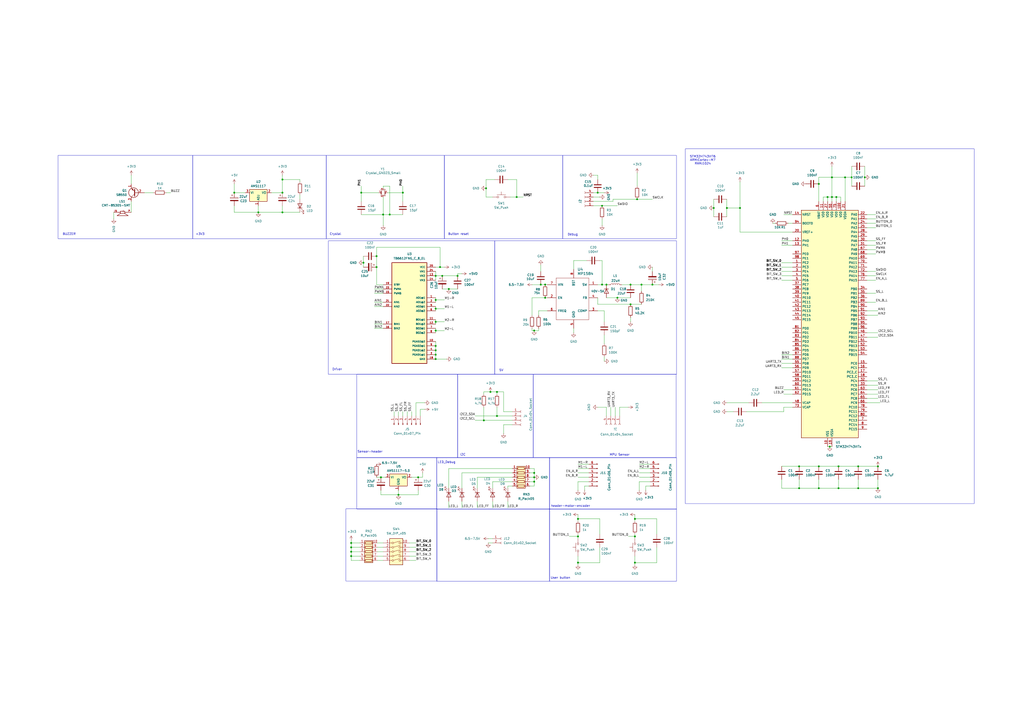
<source format=kicad_sch>
(kicad_sch (version 20231120) (generator "eeschema") (generator_version "8.0")
  (paper "A2")
  (title_block (title "Micromouse24_2"))
  (junction (at 316.23 172.72))
  (junction (at 252.73 173.99))
  (junction (at 252.73 160.02))
  (junction (at 163.83 123.19))
  (junction (at 252.73 186.69))
  (junction (at 463.55 270.51))
  (junction (at 335.28 326.39))
  (junction (at 203.708 322.58))
  (junction (at 299.72 114.3))
  (junction (at 335.28 300.99))
  (junction (at 368.3 300.99))
  (junction (at 281.94 109.22))
  (junction (at 218.44 148.59))
  (junction (at 378.46 165.1))
  (junction (at 368.3 311.15))
  (junction (at 309.88 276.86))
  (junction (at 135.89 111.76))
  (junction (at 309.88 191.77))
  (junction (at 163.83 104.14))
  (junction (at 463.55 283.21))
  (junction (at 368.3 326.39))
  (junction (at 346.71 111.76))
  (junction (at 474.98 106.68))
  (junction (at 203.708 314.96))
  (junction (at 497.84 270.51))
  (junction (at 365.76 176.53))
  (junction (at 252.73 205.74))
  (junction (at 351.79 165.1))
  (junction (at 509.27 283.21))
  (junction (at 482.6 114.3))
  (junction (at 288.29 241.3))
  (junction (at 501.65 102.87))
  (junction (at 256.54 160.02))
  (junction (at 203.708 320.04))
  (junction (at 349.25 119.38))
  (junction (at 233.68 111.76))
  (junction (at 349.25 165.1))
  (junction (at 421.64 120.65))
  (junction (at 210.82 152.4))
  (junction (at 284.48 227.33))
  (junction (at 209.55 111.76))
  (junction (at 372.11 165.1))
  (junction (at 220.98 276.86))
  (junction (at 429.26 120.65))
  (junction (at 252.73 179.07))
  (junction (at 252.73 208.28))
  (junction (at 474.98 283.21))
  (junction (at 485.14 114.3))
  (junction (at 309.88 279.4))
  (junction (at 260.35 167.64))
  (junction (at 480.06 114.3))
  (junction (at 414.02 120.65))
  (junction (at 226.06 124.46))
  (junction (at 358.14 172.72))
  (junction (at 309.88 274.32))
  (junction (at 474.98 270.51))
  (junction (at 163.83 111.76))
  (junction (at 369.57 115.57))
  (junction (at 482.6 102.87))
  (junction (at 222.25 124.46))
  (junction (at 231.14 287.02))
  (junction (at 313.69 165.1))
  (junction (at 265.43 160.02))
  (junction (at 255.27 154.94))
  (junction (at 252.73 200.66))
  (junction (at 497.84 283.21))
  (junction (at 288.29 227.33))
  (junction (at 218.44 154.94))
  (junction (at 203.708 317.5))
  (junction (at 486.41 270.51))
  (junction (at 365.76 165.1))
  (junction (at 509.27 270.51))
  (junction (at 316.23 165.1))
  (junction (at 280.67 243.84))
  (junction (at 252.73 191.77))
  (junction (at 149.86 123.19))
  (junction (at 252.73 203.2))
  (junction (at 486.41 283.21))
  (junction (at 335.28 311.15))
  (junction (at 490.22 102.87))
  (junction (at 242.57 276.86))
  (junction (at 481.33 259.08))
  (junction (at 494.03 102.87))
  (wire (pts (xy 454.66 236.22) (xy 459.74 236.22)))
  (wire (pts (xy 335.28 298.45) (xy 335.28 300.99)))
  (wire (pts (xy 358.14 172.72) (xy 365.76 172.72)))
  (wire (pts (xy 474.98 270.51) (xy 486.41 270.51)))
  (wire (pts (xy 288.29 236.22) (xy 288.29 241.3)))
  (wire (pts (xy 364.49 236.22) (xy 359.41 236.22)))
  (wire (pts (xy 276.86 290.83) (xy 276.86 294.64)))
  (wire (pts (xy 359.41 241.3) (xy 359.41 236.22)))
  (wire (pts (xy 497.84 270.51) (xy 509.27 270.51)))
  (wire (pts (xy 299.72 114.3) (xy 303.53 114.3)))
  (wire (pts (xy 163.83 119.38) (xy 163.83 123.19)))
  (wire (pts (xy 295.91 114.3) (xy 299.72 114.3)))
  (wire (pts (xy 346.71 104.14) (xy 346.71 101.6)))
  (wire (pts (xy 368.3 300.99) (xy 368.3 302.26)))
  (wire (pts (xy 502.92 124.46) (xy 508 124.46)))
  (wire (pts (xy 238.76 238.76) (xy 238.76 241.3)))
  (wire (pts (xy 340.36 151.13) (xy 332.74 151.13)))
  (wire (pts (xy 307.34 281.94) (xy 309.88 281.94)))
  (wire (pts (xy 335.28 309.88) (xy 335.28 311.15)))
  (wire (pts (xy 173.99 113.03) (xy 173.99 115.57)))
  (wire (pts (xy 224.79 111.76) (xy 233.68 111.76)))
  (wire (pts (xy 252.73 154.94) (xy 255.27 154.94)))
  (wire (pts (xy 421.64 115.57) (xy 421.64 120.65)))
  (wire (pts (xy 217.17 177.8) (xy 222.25 177.8)))
  (wire (pts (xy 502.92 180.34) (xy 509.27 180.34)))
  (wire (pts (xy 369.57 100.33) (xy 369.57 107.95)))
  (wire (pts (xy 210.82 148.59) (xy 210.82 152.4)))
  (wire (pts (xy 502.92 226.06) (xy 509.27 226.06)))
  (wire (pts (xy 307.34 274.32) (xy 309.88 274.32)))
  (wire (pts (xy 502.92 170.18) (xy 508 170.18)))
  (wire (pts (xy 421.64 120.65) (xy 429.26 120.65)))
  (wire (pts (xy 501.65 102.87) (xy 501.65 107.95)))
  (wire (pts (xy 222.25 124.46) (xy 226.06 124.46)))
  (wire (pts (xy 316.23 165.1) (xy 317.5 165.1)))
  (wire (pts (xy 486.41 283.21) (xy 497.84 283.21)))
  (wire (pts (xy 218.948 322.58) (xy 222.25 322.58)))
  (wire (pts (xy 449.58 129.54) (xy 448.31 129.54)))
  (wire (pts (xy 217.17 167.64) (xy 222.25 167.64)))
  (wire (pts (xy 157.48 111.76) (xy 163.83 111.76)))
  (wire (pts (xy 497.84 283.21) (xy 509.27 283.21)))
  (wire (pts (xy 370.84 269.24) (xy 377.19 269.24)))
  (wire (pts (xy 453.39 283.21) (xy 463.55 283.21)))
  (wire (pts (xy 135.89 123.19) (xy 149.86 123.19)))
  (wire (pts (xy 217.17 190.5) (xy 222.25 190.5)))
  (wire (pts (xy 242.57 276.86) (xy 245.11 276.86)))
  (wire (pts (xy 284.48 227.33) (xy 280.67 227.33)))
  (wire (pts (xy 280.67 227.33) (xy 280.67 228.6)))
  (wire (pts (xy 313.69 153.67) (xy 313.69 157.48)))
  (wire (pts (xy 486.41 270.51) (xy 497.84 270.51)))
  (wire (pts (xy 218.44 143.51) (xy 218.44 148.59)))
  (wire (pts (xy 330.2 311.15) (xy 335.28 311.15)))
  (wire (pts (xy 502.92 160.02) (xy 508 160.02)))
  (wire (pts (xy 252.73 160.02) (xy 256.54 160.02)))
  (wire (pts (xy 217.17 187.96) (xy 222.25 187.96)))
  (wire (pts (xy 173.99 104.14) (xy 173.99 105.41)))
  (wire (pts (xy 482.6 102.87) (xy 482.6 114.3)))
  (wire (pts (xy 494.03 96.52) (xy 494.03 102.87)))
  (wire (pts (xy 76.2 101.6) (xy 76.2 106.68)))
  (wire (pts (xy 502.92 195.58) (xy 509.27 195.58)))
  (wire (pts (xy 441.96 233.68) (xy 459.74 233.68)))
  (wire (pts (xy 222.25 114.3) (xy 222.25 124.46)))
  (wire (pts (xy 414.02 115.57) (xy 414.02 120.65)))
  (wire (pts (xy 217.17 170.18) (xy 222.25 170.18)))
  (wire (pts (xy 477.52 114.3) (xy 480.06 114.3)))
  (wire (pts (xy 346.71 180.34) (xy 350.52 180.34)))
  (wire (pts (xy 351.79 236.22) (xy 346.71 236.22)))
  (wire (pts (xy 308.61 191.77) (xy 309.88 191.77)))
  (wire (pts (xy 482.6 102.87) (xy 490.22 102.87)))
  (wire (pts (xy 241.3 314.96) (xy 237.49 314.96)))
  (wire (pts (xy 433.07 238.76) (xy 454.66 238.76)))
  (wire (pts (xy 309.88 271.78) (xy 309.88 274.32)))
  (wire (pts (xy 252.73 172.72) (xy 252.73 173.99)))
  (wire (pts (xy 255.27 154.94) (xy 255.27 143.51)))
  (wire (pts (xy 228.6 238.76) (xy 228.6 241.3)))
  (wire (pts (xy 482.6 96.52) (xy 482.6 102.87)))
  (wire (pts (xy 350.52 194.31) (xy 350.52 199.39)))
  (wire (pts (xy 242.57 284.48) (xy 242.57 287.02)))
  (wire (pts (xy 275.59 243.84) (xy 280.67 243.84)))
  (wire (pts (xy 275.59 241.3) (xy 288.29 241.3)))
  (wire (pts (xy 308.61 172.72) (xy 316.23 172.72)))
  (wire (pts (xy 252.73 205.74) (xy 252.73 208.28)))
  (wire (pts (xy 421.64 120.65) (xy 421.64 125.73)))
  (wire (pts (xy 252.73 173.99) (xy 257.81 173.99)))
  (wire (pts (xy 231.14 238.76) (xy 231.14 241.3)))
  (wire (pts (xy 453.39 278.13) (xy 453.39 283.21)))
  (wire (pts (xy 316.23 172.72) (xy 317.5 172.72)))
  (wire (pts (xy 267.97 274.32) (xy 297.18 274.32)))
  (wire (pts (xy 378.46 157.48) (xy 378.46 154.94)))
  (wire (pts (xy 267.97 290.83) (xy 267.97 294.64)))
  (wire (pts (xy 210.82 152.4) (xy 210.82 154.94)))
  (wire (pts (xy 149.86 119.38) (xy 149.86 123.19)))
  (wire (pts (xy 317.5 180.34) (xy 312.42 180.34)))
  (wire (pts (xy 335.28 279.4) (xy 335.28 284.48)))
  (wire (pts (xy 203.708 314.96) (xy 203.708 313.436)))
  (wire (pts (xy 453.39 152.4) (xy 459.74 152.4)))
  (wire (pts (xy 307.34 271.78) (xy 309.88 271.78)))
  (wire (pts (xy 477.52 116.84) (xy 477.52 114.3)))
  (wire (pts (xy 502.92 193.04) (xy 509.27 193.04)))
  (wire (pts (xy 252.73 200.66) (xy 252.73 203.2)))
  (wire (pts (xy 76.2 116.84) (xy 76.2 123.19)))
  (wire (pts (xy 309.88 191.77) (xy 312.42 191.77)))
  (wire (pts (xy 220.98 284.48) (xy 220.98 287.02)))
  (wire (pts (xy 297.18 246.38) (xy 292.1 246.38)))
  (wire (pts (xy 252.73 186.69) (xy 257.81 186.69)))
  (wire (pts (xy 285.75 279.4) (xy 285.75 283.21)))
  (wire (pts (xy 346.71 165.1) (xy 349.25 165.1)))
  (wire (pts (xy 347.98 300.99) (xy 335.28 300.99)))
  (wire (pts (xy 421.64 233.68) (xy 434.34 233.68)))
  (wire (pts (xy 502.92 231.14) (xy 509.27 231.14)))
  (wire (pts (xy 252.73 173.99) (xy 252.73 175.26)))
  (wire (pts (xy 370.84 274.32) (xy 377.19 274.32)))
  (wire (pts (xy 369.57 115.57) (xy 378.46 115.57)))
  (wire (pts (xy 349.25 127) (xy 349.25 130.81)))
  (wire (pts (xy 252.73 203.2) (xy 252.73 205.74)))
  (wire (pts (xy 502.92 162.56) (xy 508 162.56)))
  (wire (pts (xy 163.83 123.19) (xy 173.99 123.19)))
  (wire (pts (xy 218.948 314.96) (xy 222.25 314.96)))
  (wire (pts (xy 288.29 227.33) (xy 284.48 227.33)))
  (wire (pts (xy 502.92 182.88) (xy 509.27 182.88)))
  (wire (pts (xy 309.88 279.4) (xy 309.88 276.86)))
  (wire (pts (xy 454.66 124.46) (xy 459.74 124.46)))
  (wire (pts (xy 252.73 198.12) (xy 252.73 200.66)))
  (wire (pts (xy 421.64 238.76) (xy 425.45 238.76)))
  (wire (pts (xy 502.92 233.68) (xy 510.54 233.68)))
  (wire (pts (xy 218.44 165.1) (xy 222.25 165.1)))
  (wire (pts (xy 351.79 241.3) (xy 351.79 236.22)))
  (wire (pts (xy 355.6 115.57) (xy 355.6 116.84)))
  (wire (pts (xy 218.44 148.59) (xy 218.44 154.94)))
  (wire (pts (xy 463.55 270.51) (xy 474.98 270.51)))
  (wire (pts (xy 474.98 283.21) (xy 486.41 283.21)))
  (wire (pts (xy 335.28 322.58) (xy 335.28 326.39)))
  (wire (pts (xy 222.25 109.22) (xy 222.25 107.95)))
  (wire (pts (xy 135.89 111.76) (xy 142.24 111.76)))
  (wire (pts (xy 429.26 134.62) (xy 459.74 134.62)))
  (wire (pts (xy 490.22 102.87) (xy 494.03 102.87)))
  (wire (pts (xy 332.74 190.5) (xy 332.74 193.04)))
  (wire (pts (xy 355.6 115.57) (xy 369.57 115.57)))
  (wire (pts (xy 245.11 274.32) (xy 245.11 276.86)))
  (wire (pts (xy 252.73 186.69) (xy 252.73 187.96)))
  (wire (pts (xy 368.3 326.39) (xy 368.3 327.66)))
  (wire (pts (xy 497.84 283.21) (xy 497.84 278.13)))
  (wire (pts (xy 309.88 276.86) (xy 309.88 274.32)))
  (wire (pts (xy 350.52 207.01) (xy 350.52 209.55)))
  (wire (pts (xy 280.67 236.22) (xy 280.67 243.84)))
  (wire (pts (xy 218.44 276.86) (xy 220.98 276.86)))
  (wire (pts (xy 292.1 227.33) (xy 292.1 238.76)))
  (wire (pts (xy 344.17 116.84) (xy 355.6 116.84)))
  (wire (pts (xy 480.06 114.3) (xy 482.6 114.3)))
  (wire (pts (xy 260.35 167.64) (xy 265.43 167.64)))
  (wire (pts (xy 252.73 191.77) (xy 252.73 193.04)))
  (wire (pts (xy 453.39 162.56) (xy 459.74 162.56)))
  (wire (pts (xy 226.06 107.95) (xy 226.06 124.46)))
  (wire (pts (xy 429.26 120.65) (xy 429.26 134.62)))
  (wire (pts (xy 346.71 176.53) (xy 365.76 176.53)))
  (wire (pts (xy 203.708 317.5) (xy 203.708 314.96)))
  (wire (pts (xy 252.73 179.07) (xy 252.73 180.34)))
  (wire (pts (xy 502.92 132.08) (xy 508 132.08)))
  (wire (pts (xy 252.73 191.77) (xy 257.81 191.77)))
  (wire (pts (xy 233.68 238.76) (xy 233.68 241.3)))
  (wire (pts (xy 482.6 114.3) (xy 485.14 114.3)))
  (wire (pts (xy 313.69 165.1) (xy 316.23 165.1)))
  (wire (pts (xy 288.29 227.33) (xy 292.1 227.33)))
  (wire (pts (xy 494.03 102.87) (xy 494.03 107.95)))
  (wire (pts (xy 66.04 127) (xy 66.04 123.19)))
  (wire (pts (xy 502.92 220.98) (xy 509.27 220.98)))
  (wire (pts (xy 135.89 119.38) (xy 135.89 123.19)))
  (wire (pts (xy 463.55 283.21) (xy 463.55 278.13)))
  (wire (pts (xy 377.19 279.4) (xy 370.84 279.4)))
  (wire (pts (xy 256.54 167.64) (xy 260.35 167.64)))
  (wire (pts (xy 208.788 317.5) (xy 203.708 317.5)))
  (wire (pts (xy 241.3 233.68) (xy 246.38 233.68)))
  (wire (pts (xy 453.39 154.94) (xy 459.74 154.94)))
  (wire (pts (xy 308.61 165.1) (xy 313.69 165.1)))
  (wire (pts (xy 372.11 165.1) (xy 372.11 168.91)))
  (wire (pts (xy 163.83 111.76) (xy 163.83 104.14)))
  (wire (pts (xy 365.76 184.15) (xy 365.76 186.69)))
  (wire (pts (xy 502.92 129.54) (xy 508 129.54)))
  (wire (pts (xy 241.3 317.5) (xy 237.49 317.5)))
  (wire (pts (xy 218.948 320.04) (xy 222.25 320.04)))
  (wire (pts (xy 238.76 276.86) (xy 242.57 276.86)))
  (wire (pts (xy 453.39 208.28) (xy 459.74 208.28)))
  (wire (pts (xy 209.55 111.76) (xy 209.55 116.84)))
  (wire (pts (xy 502.92 139.7) (xy 508 139.7)))
  (wire (pts (xy 233.68 107.95) (xy 233.68 111.76)))
  (wire (pts (xy 267.97 158.75) (xy 265.43 158.75)))
  (wire (pts (xy 349.25 119.38) (xy 358.14 119.38)))
  (wire (pts (xy 502.92 175.26) (xy 508 175.26)))
  (wire (pts (xy 365.76 165.1) (xy 372.11 165.1)))
  (wire (pts (xy 474.98 278.13) (xy 474.98 283.21)))
  (wire (pts (xy 231.14 287.02) (xy 242.57 287.02)))
  (wire (pts (xy 368.3 311.15) (xy 368.3 312.42)))
  (wire (pts (xy 370.84 271.78) (xy 377.19 271.78)))
  (wire (pts (xy 485.14 114.3) (xy 485.14 116.84)))
  (wire (pts (xy 288.29 228.6) (xy 288.29 227.33)))
  (wire (pts (xy 381 309.88) (xy 381 300.99)))
  (wire (pts (xy 312.42 190.5) (xy 312.42 191.77)))
  (wire (pts (xy 502.92 144.78) (xy 508 144.78)))
  (wire (pts (xy 509.27 283.21) (xy 509.27 278.13)))
  (wire (pts (xy 208.788 322.58) (xy 203.708 322.58)))
  (wire (pts (xy 487.68 114.3) (xy 487.68 116.84)))
  (wire (pts (xy 350.52 180.34) (xy 350.52 186.69)))
  (wire (pts (xy 241.3 325.12) (xy 237.49 325.12)))
  (wire (pts (xy 208.788 325.12) (xy 203.708 325.12)))
  (wire (pts (xy 281.94 114.3) (xy 281.94 109.22)))
  (wire (pts (xy 220.98 287.02) (xy 231.14 287.02)))
  (wire (pts (xy 220.98 276.86) (xy 223.52 276.86)))
  (wire (pts (xy 356.87 236.22) (xy 356.87 241.3)))
  (wire (pts (xy 486.41 283.21) (xy 486.41 278.13)))
  (wire (pts (xy 280.67 243.84) (xy 297.18 243.84)))
  (wire (pts (xy 368.3 309.88) (xy 368.3 311.15)))
  (wire (pts (xy 203.708 320.04) (xy 203.708 317.5)))
  (wire (pts (xy 482.6 102.87) (xy 474.98 102.87)))
  (wire (pts (xy 208.788 320.04) (xy 203.708 320.04)))
  (wire (pts (xy 231.14 284.48) (xy 231.14 287.02)))
  (wire (pts (xy 349.25 165.1) (xy 349.25 151.13)))
  (wire (pts (xy 267.97 283.21) (xy 267.97 274.32)))
  (wire (pts (xy 308.61 172.72) (xy 308.61 182.88)))
  (wire (pts (xy 309.88 281.94) (xy 309.88 279.4)))
  (wire (pts (xy 482.6 114.3) (xy 482.6 116.84)))
  (wire (pts (xy 459.74 226.06) (xy 454.66 226.06)))
  (wire (pts (xy 453.39 205.74) (xy 459.74 205.74)))
  (wire (pts (xy 349.25 165.1) (xy 351.79 165.1)))
  (wire (pts (xy 260.35 290.83) (xy 260.35 294.64)))
  (wire (pts (xy 502.92 223.52) (xy 509.27 223.52)))
  (wire (pts (xy 283.21 312.42) (xy 285.75 312.42)))
  (wire (pts (xy 502.92 228.6) (xy 509.27 228.6)))
  (wire (pts (xy 365.76 176.53) (xy 372.11 176.53)))
  (wire (pts (xy 222.25 124.46) (xy 222.25 130.81)))
  (wire (pts (xy 243.84 237.49) (xy 246.38 237.49)))
  (wire (pts (xy 203.708 322.58) (xy 203.708 320.04)))
  (wire (pts (xy 243.84 241.3) (xy 243.84 237.49)))
  (wire (pts (xy 292.1 246.38) (xy 292.1 251.46)))
  (wire (pts (xy 335.28 300.99) (xy 335.28 302.26)))
  (wire (pts (xy 209.55 107.95) (xy 209.55 111.76)))
  (wire (pts (xy 312.42 180.34) (xy 312.42 182.88)))
  (wire (pts (xy 453.39 213.36) (xy 459.74 213.36)))
  (wire (pts (xy 265.43 158.75) (xy 265.43 160.02)))
  (wire (pts (xy 307.34 279.4) (xy 309.88 279.4)))
  (wire (pts (xy 453.39 139.7) (xy 459.74 139.7)))
  (wire (pts (xy 341.63 281.94) (xy 339.09 281.94)))
  (wire (pts (xy 502.92 157.48) (xy 508 157.48)))
  (wire (pts (xy 294.64 290.83) (xy 294.64 294.64)))
  (wire (pts (xy 285.75 290.83) (xy 285.75 294.64)))
  (wire (pts (xy 208.788 314.96) (xy 203.708 314.96)))
  (wire (pts (xy 457.2 129.54) (xy 459.74 129.54)))
  (wire (pts (xy 252.73 179.07) (xy 257.81 179.07)))
  (wire (pts (xy 344.17 119.38) (xy 349.25 119.38)))
  (wire (pts (xy 335.28 276.86) (xy 341.63 276.86)))
  (wire (pts (xy 252.73 185.42) (xy 252.73 186.69)))
  (wire (pts (xy 370.84 279.4) (xy 370.84 284.48)))
  (wire (pts (xy 429.26 105.41) (xy 429.26 120.65)))
  (wire (pts (xy 370.84 276.86) (xy 377.19 276.86)))
  (wire (pts (xy 351.79 172.72) (xy 358.14 172.72)))
  (wire (pts (xy 222.25 124.46) (xy 209.55 124.46)))
  (wire (pts (xy 335.28 326.39) (xy 335.28 327.66)))
  (wire (pts (xy 96.52 111.76) (xy 99.06 111.76)))
  (wire (pts (xy 218.44 154.94) (xy 218.44 165.1)))
  (wire (pts (xy 299.72 104.14) (xy 294.64 104.14)))
  (wire (pts (xy 341.63 279.4) (xy 335.28 279.4)))
  (wire (pts (xy 381 317.5) (xy 381 326.39)))
  (wire (pts (xy 335.28 311.15) (xy 335.28 312.42)))
  (wire (pts (xy 135.89 106.68) (xy 135.89 111.76)))
  (wire (pts (xy 335.28 274.32) (xy 341.63 274.32)))
  (wire (pts (xy 163.83 104.14) (xy 173.99 104.14)))
  (wire (pts (xy 502.92 142.24) (xy 508 142.24)))
  (wire (pts (xy 260.35 283.21) (xy 260.35 271.78)))
  (wire (pts (xy 294.64 281.94) (xy 294.64 283.21)))
  (wire (pts (xy 233.68 111.76) (xy 233.68 116.84)))
  (wire (pts (xy 414.02 120.65) (xy 414.02 125.73)))
  (wire (pts (xy 335.28 271.78) (xy 341.63 271.78)))
  (wire (pts (xy 490.22 102.87) (xy 490.22 116.84)))
  (wire (pts (xy 281.94 104.14) (xy 287.02 104.14)))
  (wire (pts (xy 453.39 160.02) (xy 459.74 160.02)))
  (wire (pts (xy 236.22 238.76) (xy 236.22 241.3)))
  (wire (pts (xy 294.64 281.94) (xy 297.18 281.94)))
  (wire (pts (xy 222.25 107.95) (xy 226.06 107.95)))
  (wire (pts (xy 474.98 102.87) (xy 474.98 106.68)))
  (wire (pts (xy 344.17 114.3) (xy 347.98 114.3)))
  (wire (pts (xy 260.35 271.78) (xy 297.18 271.78)))
  (wire (pts (xy 283.21 314.96) (xy 285.75 314.96)))
  (wire (pts (xy 163.83 104.14) (xy 163.83 101.6)))
  (wire (pts (xy 217.17 175.26) (xy 222.25 175.26)))
  (wire (pts (xy 252.73 177.8) (xy 252.73 179.07)))
  (wire (pts (xy 255.27 154.94) (xy 257.81 154.94)))
  (wire (pts (xy 307.34 276.86) (xy 309.88 276.86)))
  (wire (pts (xy 501.65 96.52) (xy 501.65 102.87)))
  (wire (pts (xy 474.98 283.21) (xy 463.55 283.21)))
  (wire (pts (xy 252.73 160.02) (xy 252.73 162.56)))
  (wire (pts (xy 378.46 165.1) (xy 382.27 165.1)))
  (wire (pts (xy 454.66 228.6) (xy 459.74 228.6)))
  (wire (pts (xy 252.73 190.5) (xy 252.73 191.77)))
  (wire (pts (xy 372.11 165.1) (xy 378.46 165.1)))
  (wire (pts (xy 360.68 165.1) (xy 365.76 165.1)))
  (wire (pts (xy 218.948 325.12) (xy 222.25 325.12)))
  (wire (pts (xy 480.06 259.08) (xy 481.33 259.08)))
  (wire (pts (xy 364.49 311.15) (xy 368.3 311.15)))
  (wire (pts (xy 453.39 157.48) (xy 459.74 157.48)))
  (wire (pts (xy 308.61 190.5) (xy 308.61 191.77)))
  (wire (pts (xy 354.33 236.22) (xy 354.33 241.3)))
  (wire (pts (xy 347.98 309.88) (xy 347.98 300.99)))
  (wire (pts (xy 502.92 127) (xy 508 127)))
  (wire (pts (xy 276.86 283.21) (xy 276.86 276.86)))
  (wire (pts (xy 332.74 151.13) (xy 332.74 156.21)))
  (wire (pts (xy 344.17 111.76) (xy 346.71 111.76)))
  (wire (pts (xy 453.39 270.51) (xy 463.55 270.51)))
  (wire (pts (xy 252.73 157.48) (xy 252.73 160.02)))
  (wire (pts (xy 368.3 322.58) (xy 368.3 326.39)))
  (wire (pts (xy 485.14 114.3) (xy 487.68 114.3)))
  (wire (pts (xy 281.94 109.22) (xy 281.94 104.14)))
  (wire (pts (xy 299.72 114.3) (xy 299.72 104.14)))
  (wire (pts (xy 335.28 326.39) (xy 347.98 326.39)))
  (wire (pts (xy 453.39 142.24) (xy 459.74 142.24)))
  (wire (pts (xy 285.75 279.4) (xy 297.18 279.4)))
  (wire (pts (xy 335.28 269.24) (xy 341.63 269.24)))
  (wire (pts (xy 480.06 114.3) (xy 480.06 116.84)))
  (wire (pts (xy 226.06 124.46) (xy 233.68 124.46)))
  (wire (pts (xy 218.948 317.5) (xy 222.25 317.5)))
  (wire (pts (xy 252.73 208.28) (xy 259.08 208.28)))
  (wire (pts (xy 149.86 123.19) (xy 163.83 123.19)))
  (wire (pts (xy 83.82 111.76) (xy 88.9 111.76)))
  (wire (pts (xy 203.708 325.12) (xy 203.708 322.58)))
  (wire (pts (xy 351.79 165.1) (xy 353.06 165.1)))
  (wire (pts (xy 368.3 298.45) (xy 368.3 300.99)))
  (wire (pts (xy 346.71 172.72) (xy 346.71 176.53)))
  (wire (pts (xy 241.3 241.3) (xy 241.3 233.68)))
  (wire (pts (xy 368.3 326.39) (xy 381 326.39)))
  (wire (pts (xy 346.71 101.6) (xy 344.17 101.6)))
  (wire (pts (xy 502.92 147.32) (xy 508 147.32)))
  (wire (pts (xy 209.55 111.76) (xy 219.71 111.76)))
  (wire (pts (xy 346.71 111.76) (xy 350.52 111.76)))
  (wire (pts (xy 241.3 322.58) (xy 237.49 322.58)))
  (wire (pts (xy 453.39 210.82) (xy 459.74 210.82)))
  (wire (pts (xy 256.54 160.02) (xy 265.43 160.02)))
  (wire (pts (xy 454.66 238.76) (xy 454.66 236.22)))
  (wire (pts (xy 347.98 151.13) (xy 349.25 151.13)))
  (wire (pts (xy 377.19 281.94) (xy 374.65 281.94)))
  (wire (pts (xy 481.33 259.08) (xy 482.6 259.08)))
  (wire (pts (xy 381 300.99) (xy 368.3 300.99)))
  (wire (pts (xy 288.29 241.3) (xy 297.18 241.3)))
  (wire (pts (xy 285.75 114.3) (xy 281.94 114.3)))
  (wire (pts (xy 374.65 281.94) (xy 374.65 284.48)))
  (wire (pts (xy 255.27 143.51) (xy 218.44 143.51)))
  (wire (pts (xy 339.09 281.94) (xy 339.09 284.48)))
  (wire (pts (xy 297.18 238.76) (xy 292.1 238.76)))
  (wire (pts (xy 241.3 320.04) (xy 237.49 320.04)))
  (wire (pts (xy 347.98 317.5) (xy 347.98 326.39)))
  (wire (pts (xy 474.98 116.84) (xy 474.98 106.68)))
  (wire (pts (xy 276.86 276.86) (xy 297.18 276.86)))
  (rectangle (start 309.372 217.17) (end 392.176 265.43))
  (rectangle (start 287.02 139.7) (end 392.43 217.17))
  (rectangle (start 326.39 90.17) (end 392.43 138.43))
  (rectangle (start 253.365 265.43) (end 318.77 295.275))
  (rectangle (start 318.77 265.43) (end 392.43 295.275))
  (rectangle (start 397.51 86.36) (end 565.15 292.1))
  (rectangle (start 253.365 295.275) (end 318.77 337.185))
  (rectangle (start 257.81 90.17) (end 326.39 138.43))
  (rectangle (start 318.77 295.275) (end 392.43 337.185))
  (rectangle (start 207.01 265.43) (end 253.365 295.275))
  (rectangle (start 207.01 217.17) (end 265.43 265.43))
  (rectangle (start 265.43 217.17) (end 309.245 265.43))
  (rectangle (start 33.655 90.17) (end 111.76 138.43))
  (rectangle (start 189.23 90.17) (end 257.81 138.43))
  (rectangle (start 190.5 139.7) (end 287.02 217.17))
  (rectangle (start 200.66 295.148) (end 253.492 337.058))
  (rectangle (start 111.76 90.17) (end 189.23 138.43))
  (text "MPU Sensor\n" (at 359.41 263.906 0) (effects (font (size 1.27 1.27))))
  (text "User button\n" (at 325.12 335.28 0) (effects (font (size 1.27 1.27))))
  (text "+3V3\n" (at 116.078 135.89 0) (effects (font (size 1.27 1.27))))
  (text "5V" (at 290.83 214.884 0) (effects (font (size 1.27 1.27))))
  (text "Debug\n" (at 332.232 136.144 0) (effects (font (size 1.27 1.27))))
  (text "STM32H743VIT6\nARM:Cortex-M7\nRAM:1024" (at 407.67 92.964 0) (effects (font (size 1.27 1.27))))
  (text "LED_Debug\n" (at 259.08 268.224 0) (effects (font (size 1.27 1.27))))
  (text "Sensor-header\n" (at 214.63 262.128 0) (effects (font (size 1.27 1.27))))
  (text "BUZZER" (at 40.132 135.89 0) (effects (font (size 1.27 1.27))))
  (text "I2C\n" (at 268.478 263.906 0) (effects (font (size 1.27 1.27))))
  (text "Driver\n" (at 195.58 214.376 0) (effects (font (size 1.27 1.27))))
  (text "Button reset\n" (at 265.938 135.89 0) (effects (font (size 1.27 1.27))))
  (text "header-motor-encoder\n" (at 330.962 293.624 0) (effects (font (size 1.27 1.27))))
  (text "Crystal\n" (at 194.564 135.89 0) (effects (font (size 1.27 1.27))))
  (label "BIT_SW_0" (at 241.3 314.96 0) (effects (font (thickness 0.254))))
  (label "SS_FF" (at 508 139.7 0))
  (label "LED_FR" (at 285.75 294.64 0))
  (label "BIT_SW_2" (at 453.39 157.48 180) (effects (font (thickness 0.254))))
  (label "BIT_SW_1" (at 241.3 317.5 0) (effects (font (thickness 0.254))))
  (label "LED_R" (at 294.64 294.64 0))
  (label "BUTTON_1" (at 330.2 311.15 180))
  (label "SWDIO" (at 508 157.48 0))
  (label "LED_FL" (at 509.27 231.14 0))
  (label "M1-L" (at 257.81 179.07 0))
  (label "PWMB" (at 217.17 170.18 0))
  (label "SS_R" (at 231.14 238.76 90))
  (label "NRST" (at 303.53 114.3 0) (effects (font (bold yes))))
  (label "I2C2_SDA" (at 509.27 195.58 0))
  (label "PH1" (at 453.39 142.24 0))
  (label "EN_B_R" (at 335.28 276.86 180))
  (label "PH0" (at 453.39 139.7 0))
  (label "BIN1" (at 217.17 187.96 0))
  (label "I2C2_SCL" (at 509.27 193.04 0))
  (label "PH0" (at 233.68 107.95 90) (effects (font (bold yes))))
  (label "BIT_SW_3" (at 241.3 322.58 0))
  (label "AIN2" (at 217.17 177.8 0))
  (label "EN_B_L" (at 370.84 276.86 180))
  (label "UART3_RX" (at 354.33 236.22 90))
  (label "LED_FF" (at 509.27 228.6 0))
  (label "BUZZ" (at 99.06 111.76 0))
  (label "UART3_TX" (at 356.87 236.22 90))
  (label "EN_A_R" (at 508 124.46 0))
  (label "M2-R" (at 257.81 186.69 0))
  (label "NRST" (at 454.66 124.46 0))
  (label "M1-R" (at 257.81 173.99 0))
  (label "BIN2" (at 453.39 205.74 0))
  (label "PH1" (at 209.55 107.95 90) (effects (font (bold yes))))
  (label "M2-R" (at 370.84 271.78 0))
  (label "SWCLK" (at 378.46 115.57 0))
  (label "I2C2_SDA" (at 275.59 241.3 180))
  (label "BUZZ" (at 454.66 226.06 180))
  (label "SWCLK" (at 508 160.02 0))
  (label "BUTTON_1" (at 508 132.08 0))
  (label "LED_R" (at 454.66 228.6 180))
  (label "SWDIO" (at 358.14 119.38 0))
  (label "SS_R" (at 509.27 223.52 0))
  (label "EN_A_L" (at 370.84 274.32 180))
  (label "SS_FL" (at 509.27 220.98 0))
  (label "M1-R" (at 335.28 269.24 0))
  (label "BIN2" (at 217.17 190.5 0))
  (label "AIN2" (at 509.27 182.88 0))
  (label "BIT_SW_4" (at 241.3 325.12 0))
  (label "BIT_SW_4" (at 453.39 162.56 180))
  (label "M1-L" (at 335.28 271.78 0))
  (label "M2-L" (at 370.84 269.24 0))
  (label "UART3_TX" (at 453.39 210.82 180))
  (label "SS_L" (at 508 170.18 0))
  (label "I2C2_SCL" (at 275.59 243.84 180))
  (label "BIT_SW_3" (at 453.39 160.02 180))
  (label "LED_FR" (at 509.27 226.06 0))
  (label "AIN1" (at 217.17 175.26 0))
  (label "BIN1" (at 453.39 208.28 0))
  (label "BUTTON_0" (at 508 129.54 0))
  (label "EN_B_L" (at 508 175.26 0))
  (label "LED_L" (at 260.35 294.64 0))
  (label "SS_FR" (at 236.22 238.76 90))
  (label "SS_FL" (at 233.68 238.76 90))
  (label "BIT_SW_2" (at 241.3 320.04 0) (effects (font (thickness 0.254))))
  (label "LED_FF" (at 276.86 294.64 0))
  (label "EN_A_L" (at 508 162.56 0))
  (label "PWMB" (at 508 147.32 0))
  (label "M2-L" (at 257.81 191.77 0))
  (label "SS_FR" (at 508 142.24 0))
  (label "LED_L" (at 510.54 233.68 0))
  (label "LED_FL" (at 267.97 294.64 0))
  (label "EN_A_R" (at 335.28 274.32 180))
  (label "BIT_SW_1" (at 453.39 154.94 180) (effects (font (thickness 0.254))))
  (label "SS_FF" (at 238.76 238.76 90))
  (label "AIN1" (at 509.27 180.34 0))
  (label "PWMA" (at 508 144.78 0))
  (label "BUTTON_0" (at 364.49 311.15 180))
  (label "SS_L" (at 228.6 238.76 90))
  (label "PWMA" (at 217.17 167.64 0))
  (label "BIT_SW_0" (at 453.39 152.4 180) (effects (font (thickness 0.254))))
  (label "EN_B_R" (at 508 127 0))
  (label "UART3_RX" (at 453.39 213.36 180))
  (symbol (lib_id "Device:D") (at 351.79 168.91 270) (unit 1)
    (property "Reference" "D1" (at 354.33 167.6399 90) (effects (justify left)))
    (property "Value" "40V-5A" (at 342.9 168.91 90) (effects (justify left)))
    (property "Footprint" "Diode_SMD:D_SMA" (effects (hide yes)))
    (property "Description" "Diode" (effects (hide yes)))
    (property "Sim.Device" "D" (effects (hide yes)))
    (property "Sim.Pins" "1=K 2=A" (effects (hide yes)))
  )
  (symbol (lib_id "Device:C_Polarized") (at 378.46 161.29 180) (unit 1)
    (property "Reference" "C32" (at 385.318 160.528 90))
    (property "Value" "10uF" (at 382.778 160.528 90))
    (property "Footprint" "Capacitor_Tantalum_SMD:CP_EIA-3216-10_Kemet-I" (effects (hide yes)))
    (property "Description" "Polarized capacitor" (effects (hide yes)))
  )
  (symbol (lib_id "power:GND") (at 309.88 276.86 90) (unit 1)
    (property "Reference" "#PWR058" (effects (hide yes)))
    (property "Value" "GND" (at 313.69 276.8599 90) (effects (justify right)))
    (property "Description" "Power symbol creates a global label with name \"GND\" , ground" (effects (hide yes)))
  )
  (symbol (lib_id "Device:R_Pack05") (at 302.26 276.86 270) (unit 1)
    (property "Reference" "RN3" (at 305.308 286.766 90))
    (property "Value" "R_Pack05" (at 305.308 289.306 90))
    (property "Footprint" "Resistor_SMD:R_Array_Convex_5x0603" (effects (hide yes)))
    (property "Description" "5 resistor network, parallel topology" (effects (hide yes)))
  )
  (symbol (lib_id "power:+5V") (at 135.89 106.68 0) (unit 1)
    (property "Reference" "#PWR025" (effects (hide yes)))
    (property "Value" "+5V" (at 135.89 101.6 0))
    (property "Description" "Power symbol creates a global label with name \"+5V\"" (effects (hide yes)))
  )
  (symbol (lib_id "Switch:SW_Push") (at 368.3 317.5 90) (unit 1)
    (property "Reference" "SW3" (at 369.57 316.2299 90) (effects (justify right)))
    (property "Value" "SW_Push" (at 369.57 318.7699 90) (effects (justify right)))
    (property "Footprint" "Button_Switch_SMD:SW_Tactile_SPST_NO_Straight_CK_PTS636Sx25SMTRLFS" (effects (hide yes)))
    (property "Description" "Push button switch, generic, two pins" (effects (hide yes)))
  )
  (symbol (lib_id "power:GND") (at 344.17 101.6 270) (unit 1)
    (property "Reference" "#PWR016" (effects (hide yes)))
    (property "Value" "GND" (at 340.36 101.5999 90) (effects (justify right)))
    (property "Description" "Power symbol creates a global label with name \"GND\" , ground" (effects (hide yes)))
  )
  (symbol (lib_id "Transistor_BJT:S8550") (at 78.74 111.76 180) (unit 1)
    (property "Reference" "Q1" (at 73.66 110.4899 0) (effects (justify left)))
    (property "Value" "S8550" (at 73.66 113.0299 0) (effects (justify left)))
    (property "Footprint" "Package_TO_SOT_SMD:SOT-23" (effects (hide yes)))
    (property "Datasheet" "http://www.unisonic.com.tw/datasheet/S8550.pdf" (effects (hide yes)))
    (property "Description" "0.7A Ic, 20V Vce, Low Voltage High Current PNP Transistor, TO-92" (effects (hide yes)))
  )
  (symbol (lib_id "power:+3V3") (at 429.26 105.41 0) (unit 1)
    (property "Reference" "#PWR07" (effects (hide yes)))
    (property "Value" "+3V3" (at 429.26 100.33 0))
    (property "Description" "Power symbol creates a global label with name \"+3V3\"" (effects (hide yes)))
  )
  (symbol (lib_id "power:+3V3") (at 482.6 96.52 0) (unit 1)
    (property "Reference" "#PWR04" (effects (hide yes)))
    (property "Value" "+3V3" (at 482.6 91.44 0))
    (property "Description" "Power symbol creates a global label with name \"+3V3\"" (effects (hide yes)))
  )
  (symbol (lib_id "Device:C") (at 350.52 190.5 0) (unit 1)
    (property "Reference" "C21" (at 353.822 189.484 0) (effects (justify left)))
    (property "Value" "150pF" (at 353.822 192.024 0) (effects (justify left)))
    (property "Footprint" "Capacitor_SMD:C_0805_2012Metric" (effects (hide yes)))
    (property "Description" "Unpolarized capacitor" (effects (hide yes)))
  )
  (symbol (lib_id "Device:C") (at 417.83 115.57 270) (unit 1)
    (property "Reference" "C10" (at 417.83 107.95 90))
    (property "Value" "100nF" (at 417.83 110.49 90))
    (property "Footprint" "Capacitor_SMD:C_0603_1608Metric" (effects (hide yes)))
    (property "Description" "Unpolarized capacitor" (effects (hide yes)))
  )
  (symbol (lib_id "Device:LED") (at 260.35 287.02 270) (unit 1)
    (property "Reference" "D8" (at 257.302 283.972 90) (effects (justify right)))
    (property "Value" "LED" (at 257.302 281.432 90) (effects (justify right)))
    (property "Footprint" "LED_SMD:LED_0603_1608Metric" (effects (hide yes)))
    (property "Description" "Light emitting diode" (effects (hide yes)))
  )
  (symbol (lib_id "Device:C") (at 209.55 120.65 0) (unit 1)
    (property "Reference" "C16" (at 213.36 119.3799 0) (effects (justify left)))
    (property "Value" "15pF" (at 213.36 121.9199 0) (effects (justify left)))
    (property "Footprint" "Capacitor_SMD:C_0603_1608Metric" (effects (hide yes)))
    (property "Description" "Unpolarized capacitor" (effects (hide yes)))
  )
  (symbol (lib_id "Device:C_Polarized") (at 242.57 280.67 0) (unit 1)
    (property "Reference" "C30" (at 247.904 281.686 0))
    (property "Value" "22uF" (at 247.904 279.146 0))
    (property "Footprint" "Capacitor_Tantalum_SMD:CP_EIA-3216-10_Kemet-I" (effects (hide yes)))
    (property "Description" "Polarized capacitor" (effects (hide yes)))
  )
  (symbol (lib_id "power:GND") (at 210.82 152.4 270) (unit 1)
    (property "Reference" "#PWR032" (effects (hide yes)))
    (property "Value" "GND" (at 207.01 152.3999 90) (effects (justify right)))
    (property "Description" "Power symbol creates a global label with name \"GND\" , ground" (effects (hide yes)))
  )
  (symbol (lib_id "Device:C") (at 417.83 125.73 270) (unit 1)
    (property "Reference" "C11" (at 417.83 129.54 90))
    (property "Value" "1uF" (at 418.084 131.826 90))
    (property "Footprint" "Capacitor_SMD:C_0603_1608Metric" (effects (hide yes)))
    (property "Description" "Unpolarized capacitor" (effects (hide yes)))
  )
  (symbol (lib_id "power:+3V3") (at 368.3 298.45 90) (unit 1)
    (property "Reference" "#PWR061" (effects (hide yes)))
    (property "Value" "+3V3" (at 364.49 298.4499 90) (effects (justify left)))
    (property "Description" "Power symbol creates a global label with name \"+3V3\"" (effects (hide yes)))
  )
  (symbol (lib_id "Device:C") (at 486.41 274.32 0) (unit 1)
    (property "Reference" "C4" (at 490.22 273.0499 0) (effects (justify left)))
    (property "Value" "100nF" (at 490.22 275.5899 0) (effects (justify left)))
    (property "Footprint" "Capacitor_SMD:C_0603_1608Metric" (effects (hide yes)))
    (property "Description" "Unpolarized capacitor" (effects (hide yes)))
  )
  (symbol (lib_id "power:+3.3V") (at 203.708 313.436 0) (unit 1)
    (property "Reference" "#PWR069" (effects (hide yes)))
    (property "Value" "+3V3" (at 201.422 308.356 0) (effects (justify left)))
  )
  (symbol (lib_id "MCU_ST_STM32H7:STM32H743VITx") (at 480.06 187.96 0) (unit 1)
    (property "Reference" "U1" (at 484.7941 256.54 0) (effects (justify left)))
    (property "Value" "STM32H743VITx" (at 484.7941 259.08 0) (effects (justify left)))
    (property "Footprint" "Package_QFP:LQFP-100_14x14mm_P0.5mm" (effects (hide yes)))
    (property "Datasheet" "https://www.st.com/resource/en/datasheet/stm32h743vi.pdf" (effects (hide yes)))
    (property "Description" "STMicroelectronics Arm Cortex-M7 MCU, 2048KB flash, 1024KB RAM, 480 MHz, 1.71-3.6V, 82 GPIO, LQFP100" (effects (hide yes)))
  )
  (symbol (lib_id "power:GND") (at 378.46 154.94 270) (unit 1)
    (property "Reference" "#PWR035" (effects (hide yes)))
    (property "Value" "GND" (at 374.65 154.9401 90) (effects (justify right)))
    (property "Description" "Power symbol creates a global label with name \"GND\" , ground" (effects (hide yes)))
  )
  (symbol (lib_id "Device:C") (at 509.27 274.32 0) (unit 1)
    (property "Reference" "C6" (at 513.08 273.0499 0) (effects (justify left)))
    (property "Value" "4.7uF" (at 513.08 275.5899 0) (effects (justify left)))
    (property "Footprint" "Capacitor_SMD:C_0603_1608Metric" (effects (hide yes)))
    (property "Description" "Unpolarized capacitor" (effects (hide yes)))
  )
  (symbol (lib_id "power:GND") (at 259.08 208.28 90) (unit 1)
    (property "Reference" "#PWR031" (effects (hide yes)))
    (property "Value" "GND" (at 262.89 208.2799 90) (effects (justify right)))
    (property "Description" "Power symbol creates a global label with name \"GND\" , ground" (effects (hide yes)))
  )
  (symbol (lib_id "power:+7.5V") (at 283.21 312.42 90) (unit 1)
    (property "Reference" "#PWR064" (effects (hide yes)))
    (property "Value" "6.5-7.5V" (at 274.066 312.42 90))
    (property "Description" "Power symbol creates a global label with name \"+7.5V\"" (effects (hide yes)))
  )
  (symbol (lib_id "power:GND") (at 414.02 120.65 270) (unit 1)
    (property "Reference" "#PWR08" (effects (hide yes)))
    (property "Value" "GND" (at 410.21 120.6499 90) (effects (justify right)))
    (property "Description" "Power symbol creates a global label with name \"GND\" , ground" (effects (hide yes)))
  )
  (symbol (lib_id "power:+3V3") (at 284.48 227.33 0) (unit 1)
    (property "Reference" "#PWR059" (effects (hide yes)))
    (property "Value" "+3V3" (at 284.48 222.25 0))
    (property "Description" "Power symbol creates a global label with name \"+3V3\"" (effects (hide yes)))
  )
  (symbol (lib_id "Device:LED") (at 173.99 119.38 90) (unit 1)
    (property "Reference" "D2" (at 177.8 119.6974 90) (effects (justify right)))
    (property "Value" "LED" (at 177.8 122.2374 90) (effects (justify right)))
    (property "Footprint" "LED_SMD:LED_0603_1608Metric" (effects (hide yes)))
    (property "Description" "Light emitting diode" (effects (hide yes)))
  )
  (symbol (lib_id "power:GND") (at 292.1 251.46 0) (unit 1)
    (property "Reference" "#PWR040" (effects (hide yes)))
    (property "Value" "GND" (at 292.1 256.54 0))
    (property "Description" "Power symbol creates a global label with name \"GND\" , ground" (effects (hide yes)))
  )
  (symbol (lib_id "power:GND") (at 358.14 172.72 0) (unit 1)
    (property "Reference" "#PWR021" (effects (hide yes)))
    (property "Value" "GND" (at 361.95 174.244 0))
    (property "Description" "Power symbol creates a global label with name \"GND\" , ground" (effects (hide yes)))
  )
  (symbol (lib_id "power:GND") (at 281.94 109.22 270) (unit 1)
    (property "Reference" "#PWR012" (effects (hide yes)))
    (property "Value" "GND" (at 278.13 109.2199 90) (effects (justify right)))
    (property "Description" "Power symbol creates a global label with name \"GND\" , ground" (effects (hide yes)))
  )
  (symbol (lib_id "power:GND") (at 335.28 284.48 0) (unit 1)
    (property "Reference" "#PWR053" (effects (hide yes)))
    (property "Value" "GND" (at 335.28 289.56 0))
    (property "Description" "Power symbol creates a global label with name \"GND\" , ground" (effects (hide yes)))
  )
  (symbol (lib_id "TB6612FNG_C_8_EL:TB6612FNG_C_8_EL") (at 237.49 180.34 0) (unit 1)
    (property "Reference" "U3" (at 237.49 147.32 0))
    (property "Value" "TB6612FNG_C_8_EL" (at 237.49 149.86 0))
    (property "Footprint" "Library:SOP65P760X160-24N" (effects (hide yes)))
    (property "MF" "Toshiba" (effects (hide yes)))
    (property "Description_1" "\n- Motor Driver Power MOSFET Parallel 24-SSOP\n" (effects (hide yes)))
    (property "Package" "SSOP-24 Toshiba" (effects (hide yes)))
    (property "Price" "None" (effects (hide yes)))
    (property "Check_prices" "https://www.snapeda.com/parts/TB6612FNG,C,8,EL/Toshiba+Semiconductor+and+Storage/view-part/?ref=eda" (effects (hide yes)))
    (property "SnapEDA_Link" "https://www.snapeda.com/parts/TB6612FNG,C,8,EL/Toshiba+Semiconductor+and+Storage/view-part/?ref=snap" (effects (hide yes)))
    (property "MP" "TB6612FNG,C,8,EL" (effects (hide yes)))
    (property "Purchase-URL" "https://www.snapeda.com/api/url_track_click_mouser/?unipart_id=424445&manufacturer=Toshiba&part_name=TB6612FNG,C,8,EL&search_term=None" (effects (hide yes)))
    (property "Availability" "In Stock" (effects (hide yes)))
    (property "MANUFACTURER" "Toshiba" (effects (hide yes)))
  )
  (symbol (lib_id "power:GND") (at 313.69 153.67 180) (unit 1)
    (property "Reference" "#PWR023" (effects (hide yes)))
    (property "Value" "GND" (at 313.69 148.59 0))
    (property "Description" "Power symbol creates a global label with name \"GND\" , ground" (effects (hide yes)))
  )
  (symbol (lib_id "Connector:Conn_01x06_Pin") (at 382.27 276.86 180) (unit 1)
    (property "Reference" "J10" (at 383.54 274.3199 0) (effects (justify right)))
    (property "Value" "Conn_01x06_Pin" (at 388.874 284.734 90) (effects (justify right)))
    (property "Footprint" "JST-254:JST 6" (effects (hide yes)))
    (property "Description" "Generic connector, single row, 01x06, script generated" (effects (hide yes)))
  )
  (symbol (lib_id "Device:C") (at 344.17 151.13 90) (unit 1)
    (property "Reference" "C20" (at 344.17 143.51 90))
    (property "Value" "100nF" (at 344.17 146.05 90))
    (property "Footprint" "Capacitor_SMD:C_0603_1608Metric" (effects (hide yes)))
    (property "Description" "Unpolarized capacitor" (effects (hide yes)))
  )
  (symbol (lib_id "Switch:SW_Push") (at 335.28 317.5 90) (unit 1)
    (property "Reference" "SW2" (at 336.55 316.2299 90) (effects (justify right)))
    (property "Value" "SW_Push" (at 336.55 318.7699 90) (effects (justify right)))
    (property "Footprint" "Button_Switch_SMD:SW_Tactile_SPST_NO_Straight_CK_PTS636Sx25SMTRLFS" (effects (hide yes)))
    (property "Description" "Push button switch, generic, two pins" (effects (hide yes)))
  )
  (symbol (lib_id "power:GND") (at 335.28 327.66 0) (unit 1)
    (property "Reference" "#PWR063" (effects (hide yes)))
    (property "Value" "GND" (at 335.28 332.74 0))
    (property "Description" "Power symbol creates a global label with name \"GND\" , ground" (effects (hide yes)))
  )
  (symbol (lib_id "Device:C") (at 365.76 168.91 0) (unit 1)
    (property "Reference" "C18" (at 359.41 167.64 0) (effects (justify left)))
    (property "Value" "22uF" (at 358.14 170.18 0) (effects (justify left)))
    (property "Footprint" "Capacitor_SMD:C_0603_1608Metric" (effects (hide yes)))
    (property "Description" "Unpolarized capacitor" (effects (hide yes)))
  )
  (symbol (lib_id "power:GND") (at 246.38 233.68 90) (unit 1)
    (property "Reference" "#PWR042" (effects (hide yes)))
    (property "Value" "GND" (at 250.19 233.6799 90) (effects (justify right)))
    (property "Description" "Power symbol creates a global label with name \"GND\" , ground" (effects (hide yes)))
  )
  (symbol (lib_id "Device:C_Polarized") (at 214.63 154.94 270) (unit 1)
    (property "Reference" "C25" (at 211.582 157.48 90))
    (property "Value" "10uF" (at 211.582 160.02 90))
    (property "Footprint" "Capacitor_Tantalum_SMD:CP_EIA-3216-10_Kemet-I" (effects (hide yes)))
    (property "Description" "Polarized capacitor" (effects (hide yes)))
  )
  (symbol (lib_id "Device:C") (at 497.84 107.95 270) (unit 1)
    (property "Reference" "C7" (at 497.84 100.33 90))
    (property "Value" "100nF" (at 497.84 102.87 90))
    (property "Footprint" "Capacitor_SMD:C_0603_1608Metric" (effects (hide yes)))
    (property "Description" "Unpolarized capacitor" (effects (hide yes)))
  )
  (symbol (lib_id "Device:R") (at 288.29 232.41 0) (unit 1)
    (property "Reference" "R17" (at 282.956 231.394 0) (effects (justify left)))
    (property "Value" "4.7k" (at 282.956 233.934 0) (effects (justify left)))
    (property "Footprint" "Resistor_SMD:R_0603_1608Metric" (effects (hide yes)))
    (property "Description" "Resistor" (effects (hide yes)))
  )
  (symbol (lib_id "power:GND") (at 332.74 193.04 0) (unit 1)
    (property "Reference" "#PWR029" (effects (hide yes)))
    (property "Value" "GND" (at 332.74 198.12 0))
    (property "Description" "Power symbol creates a global label with name \"GND\" , ground" (effects (hide yes)))
  )
  (symbol (lib_id "Device:C_Polarized") (at 220.98 280.67 0) (unit 1)
    (property "Reference" "C31" (at 215.138 281.686 0))
    (property "Value" "22uF" (at 215.138 279.146 0))
    (property "Footprint" "Capacitor_Tantalum_SMD:CP_EIA-3216-10_Kemet-I" (effects (hide yes)))
    (property "Description" "Polarized capacitor" (effects (hide yes)))
  )
  (symbol (lib_id "power:+7.5V") (at 218.44 269.24 270) (unit 1)
    (property "Reference" "#PWR066" (effects (hide yes)))
    (property "Value" "6.5-7.5V" (at 221.488 268.478 90) (effects (justify left)))
    (property "Description" "Power symbol creates a global label with name \"+7.5V\"" (effects (hide yes)))
  )
  (symbol (lib_id "Device:R_Pack05") (at 213.868 320.04 270) (unit 1)
    (property "Reference" "RN2" (at 213.868 308.102 90))
    (property "Value" "R_Pack05" (at 213.868 310.642 90))
    (property "Footprint" "Resistor_SMD:R_Array_Convex_5x0603" (effects (hide yes)))
    (property "Description" "5 resistor network, parallel topology" (effects (hide yes)))
  )
  (symbol (lib_id "power:+3V3") (at 369.57 100.33 0) (unit 1)
    (property "Reference" "#PWR015" (effects (hide yes)))
    (property "Value" "+3V3" (at 369.57 95.25 0))
    (property "Description" "Power symbol creates a global label with name \"+3V3\"" (effects (hide yes)))
  )
  (symbol (lib_id "Device:LED") (at 294.64 287.02 270) (unit 1)
    (property "Reference" "D9" (at 292.862 280.67 90) (effects (justify right)))
    (property "Value" "LED" (at 292.862 278.13 90) (effects (justify right)))
    (property "Footprint" "LED_SMD:LED_0603_1608Metric" (effects (hide yes)))
    (property "Description" "Light emitting diode" (effects (hide yes)))
  )
  (symbol (lib_id "Device:C") (at 453.39 274.32 0) (unit 1)
    (property "Reference" "C1" (at 457.2 273.0499 0) (effects (justify left)))
    (property "Value" "100nF" (at 457.2 275.5899 0) (effects (justify left)))
    (property "Footprint" "Capacitor_SMD:C_0603_1608Metric" (effects (hide yes)))
    (property "Description" "Unpolarized capacitor" (effects (hide yes)))
  )
  (symbol (lib_id "Device:LED") (at 276.86 287.02 270) (unit 1)
    (property "Reference" "D5" (at 276.098 280.67 90) (effects (justify right)))
    (property "Value" "LED" (at 276.098 278.13 90) (effects (justify right)))
    (property "Footprint" "LED_SMD:LED_0603_1608Metric" (effects (hide yes)))
    (property "Description" "Light emitting diode" (effects (hide yes)))
  )
  (symbol (lib_id "Device:C") (at 214.63 148.59 270) (unit 1)
    (property "Reference" "C22" (at 214.63 140.97 90))
    (property "Value" "100nF" (at 214.63 143.51 90))
    (property "Footprint" "Capacitor_SMD:C_0603_1608Metric" (effects (hide yes)))
    (property "Description" "Unpolarized capacitor" (effects (hide yes)))
  )
  (symbol (lib_id "power:+3V3") (at 339.09 284.48 180) (unit 1)
    (property "Reference" "#PWR043" (effects (hide yes)))
    (property "Value" "+3V3" (at 340.614 289.052 0))
    (property "Description" "Power symbol creates a global label with name \"+3V3\"" (effects (hide yes)))
  )
  (symbol (lib_id "Device:Crystal_GND23_Small") (at 222.25 111.76 0) (unit 1)
    (property "Reference" "Y1" (at 221.996 98.044 0))
    (property "Value" "Crystal_GND23_Small" (at 222.25 100.33 0))
    (property "Footprint" "Crystal:Crystal_SMD_3225-4Pin_3.2x2.5mm" (effects (hide yes)))
    (property "Description" "Four pin crystal, GND on pins 2 and 3, small symbol" (effects (hide yes)))
  )
  (symbol (lib_id "Connector:Conn_01x04_Socket") (at 356.87 246.38 270) (unit 1)
    (property "Reference" "J1" (at 356.8701 247.65 0) (effects (justify left)))
    (property "Value" "Conn_01x04_Socket" (at 348.234 251.968 90) (effects (justify left)))
    (property "Footprint" "JST-254:JST 4" (effects (hide yes)))
    (property "Description" "Generic connector, single row, 01x04, script generated" (effects (hide yes)))
  )
  (symbol (lib_id "Device:C_Polarized") (at 256.54 163.83 0) (unit 1)
    (property "Reference" "C26" (at 250.444 165.354 90))
    (property "Value" "10uF" (at 252.984 165.354 90))
    (property "Footprint" "Capacitor_Tantalum_SMD:CP_EIA-3216-10_Kemet-I" (effects (hide yes)))
    (property "Description" "Polarized capacitor" (effects (hide yes)))
  )
  (symbol (lib_id "Device:R") (at 280.67 232.41 0) (unit 1)
    (property "Reference" "R18" (at 275.336 231.394 0) (effects (justify left)))
    (property "Value" "4.7k" (at 275.336 233.934 0) (effects (justify left)))
    (property "Footprint" "Resistor_SMD:R_0603_1608Metric" (effects (hide yes)))
    (property "Description" "Resistor" (effects (hide yes)))
  )
  (symbol (lib_id "Switch:SW_Push") (at 290.83 114.3 0) (unit 1)
    (property "Reference" "SW1" (at 290.83 117.856 0))
    (property "Value" "SW_Push" (at 290.83 120.396 0))
    (property "Footprint" "Button_Switch_SMD:SW_Tactile_SPST_NO_Straight_CK_PTS636Sx25SMTRLFS" (effects (hide yes)))
    (property "Description" "Push button switch, generic, two pins" (effects (hide yes)))
  )
  (symbol (lib_id "Device:R") (at 365.76 180.34 180) (unit 1)
    (property "Reference" "R5" (at 368.3 179.0699 0) (effects (justify right)))
    (property "Value" "40.2K" (at 368.3 181.6099 0) (effects (justify right)))
    (property "Footprint" "Resistor_SMD:R_0805_2012Metric" (effects (hide yes)))
    (property "Description" "Resistor" (effects (hide yes)))
  )
  (symbol (lib_id "mp1584:MP1584") (at 332.74 172.72 0) (unit 1)
    (property "Reference" "U4" (at 334.9341 156.21 0) (effects (font (size 1.524 1.524)) (justify left)))
    (property "Value" "MP1584" (at 334.9341 158.75 0) (effects (font (size 1.524 1.524)) (justify left)))
    (property "Footprint" "MP1584:SO-08POWER" (effects (hide yes)))
  )
  (symbol (lib_id "Regulator_Linear:AMS1117") (at 149.86 111.76 0) (unit 1)
    (property "Reference" "U2" (at 149.86 105.41 0))
    (property "Value" "AMS1117" (at 149.86 107.95 0))
    (property "Footprint" "Package_TO_SOT_SMD:SOT-223-3_TabPin2" (effects (hide yes)))
    (property "Datasheet" "http://www.advanced-monolithic.com/pdf/ds1117.pdf" (effects (hide yes)))
    (property "Description" "1A Low Dropout regulator, positive, adjustable output, SOT-223" (effects (hide yes)))
  )
  (symbol (lib_id "power:GND") (at 149.86 123.19 0) (unit 1)
    (property "Reference" "#PWR027" (effects (hide yes)))
    (property "Value" "GND" (at 149.86 128.27 0))
    (property "Description" "Power symbol creates a global label with name \"GND\" , ground" (effects (hide yes)))
  )
  (symbol (lib_id "Device:R") (at 308.61 186.69 0) (unit 1)
    (property "Reference" "R9" (at 303.276 185.674 0) (effects (justify left)))
    (property "Value" "20k" (at 303.276 188.214 0) (effects (justify left)))
    (property "Footprint" "Resistor_SMD:R_0805_2012Metric" (effects (hide yes)))
    (property "Description" "Resistor" (effects (hide yes)))
  )
  (symbol (lib_id "Connector:Conn_01x06_Pin") (at 346.71 276.86 180) (unit 1)
    (property "Reference" "J11" (at 347.98 274.3199 0) (effects (justify right)))
    (property "Value" "Conn_01x06_Pin" (at 353.314 284.734 90) (effects (justify right)))
    (property "Footprint" "JST-254:JST 6" (effects (hide yes)))
    (property "Description" "Generic connector, single row, 01x06, script generated" (effects (hide yes)))
  )
  (symbol (lib_id "Connector:Conn_01x04_Socket") (at 339.09 116.84 180) (unit 1)
    (property "Reference" "J2" (at 336.55 116.84 90))
    (property "Value" "Conn_01x04_Socket" (effects (hide yes)))
    (property "Footprint" "JST-254:JST 4" (effects (hide yes)))
    (property "Description" "Generic connector, single row, 01x04, script generated" (effects (hide yes)))
  )
  (symbol (lib_id "Device:C") (at 471.17 106.68 270) (unit 1)
    (property "Reference" "C9" (at 471.17 99.06 90))
    (property "Value" "100nF" (at 471.17 101.6 90))
    (property "Footprint" "Capacitor_SMD:C_0603_1608Metric" (effects (hide yes)))
    (property "Description" "Unpolarized capacitor" (effects (hide yes)))
  )
  (symbol (lib_id "power:+3V3") (at 257.81 154.94 270) (unit 1)
    (property "Reference" "#PWR056" (effects (hide yes)))
    (property "Value" "+3V3" (at 261.62 154.9399 90) (effects (justify left)))
    (property "Description" "Power symbol creates a global label with name \"+3V3\"" (effects (hide yes)))
  )
  (symbol (lib_id "Device:R") (at 350.52 203.2 0) (unit 1)
    (property "Reference" "R7" (at 353.06 201.9299 0) (effects (justify left)))
    (property "Value" "100K" (at 353.06 204.4699 0) (effects (justify left)))
    (property "Footprint" "Resistor_SMD:R_0603_1608Metric" (effects (hide yes)))
    (property "Description" "Resistor" (effects (hide yes)))
  )
  (symbol (lib_id "Switch:SW_DIP_x05") (at 229.87 320.04 0) (unit 1)
    (property "Reference" "SW4" (at 229.87 306.832 0))
    (property "Value" "SW_DIP_x05" (at 229.87 309.372 0))
    (property "Footprint" "Button_Switch_SMD:SW_DIP_SPSTx05_Slide_KingTek_DSHP05TS_W7.62mm_P1.27mm" (effects (hide yes)))
    (property "Description" "5x DIP Switch, Single Pole Single Throw (SPST) switch, small symbol" (effects (hide yes)))
  )
  (symbol (lib_id "power:+3V3") (at 335.28 298.45 90) (unit 1)
    (property "Reference" "#PWR062" (effects (hide yes)))
    (property "Value" "+3V3" (at 331.47 298.4499 90) (effects (justify left)))
    (property "Description" "Power symbol creates a global label with name \"+3V3\"" (effects (hide yes)))
  )
  (symbol (lib_id "power:GND") (at 421.64 238.76 270) (unit 1)
    (property "Reference" "#PWR09" (effects (hide yes)))
    (property "Value" "GND" (at 417.83 238.7599 90) (effects (justify right)))
    (property "Description" "Power symbol creates a global label with name \"GND\" , ground" (effects (hide yes)))
  )
  (symbol (lib_id "Connector:Conn_01x02_Socket") (at 290.83 312.42 0) (unit 1)
    (property "Reference" "J12" (at 292.1 312.4199 0) (effects (justify left)))
    (property "Value" "Conn_01x02_Socket" (at 292.1 314.9599 0) (effects (justify left)))
    (property "Footprint" "Connector_PinHeader_2.54mm:jst" (effects (hide yes)))
    (property "Description" "Generic connector, single row, 01x02, script generated" (effects (hide yes)))
  )
  (symbol (lib_id "power:+5V") (at 246.38 237.49 270) (unit 1)
    (property "Reference" "#PWR041" (effects (hide yes)))
    (property "Value" "+5V" (at 250.19 237.4899 90) (effects (justify left)))
    (property "Description" "Power symbol creates a global label with name \"+5V\"" (effects (hide yes)))
  )
  (symbol (lib_id "Device:C") (at 347.98 313.69 0) (unit 1)
    (property "Reference" "C29" (at 348.742 318.516 0) (effects (justify left)))
    (property "Value" "100nF" (at 348.742 321.056 0) (effects (justify left)))
    (property "Footprint" "Capacitor_SMD:C_0603_1608Metric" (effects (hide yes)))
    (property "Description" "Unpolarized capacitor" (effects (hide yes)))
  )
  (symbol (lib_id "power:GND") (at 481.33 259.08 0) (unit 1)
    (property "Reference" "#PWR01" (effects (hide yes)))
    (property "Value" "GND" (at 481.33 264.16 0))
    (property "Description" "Power symbol creates a global label with name \"GND\" , ground" (effects (hide yes)))
  )
  (symbol (lib_id "Device:C") (at 463.55 274.32 0) (unit 1)
    (property "Reference" "C2" (at 467.36 273.0499 0) (effects (justify left)))
    (property "Value" "100nF" (at 467.36 275.5899 0) (effects (justify left)))
    (property "Footprint" "Capacitor_SMD:C_0603_1608Metric" (effects (hide yes)))
    (property "Description" "Unpolarized capacitor" (effects (hide yes)))
  )
  (symbol (lib_id "power:+3V3") (at 350.52 111.76 270) (unit 1)
    (property "Reference" "#PWR014" (effects (hide yes)))
    (property "Value" "+3V3" (at 349.504 109.22 90) (effects (justify left)))
    (property "Description" "Power symbol creates a global label with name \"+3V3\"" (effects (hide yes)))
  )
  (symbol (lib_id "Device:R") (at 368.3 306.07 0) (unit 1)
    (property "Reference" "R19" (at 370.84 304.7999 0) (effects (justify left)))
    (property "Value" "1k" (at 370.84 307.3399 0) (effects (justify left)))
    (property "Footprint" "Resistor_SMD:R_0603_1608Metric" (effects (hide yes)))
    (property "Description" "Resistor" (effects (hide yes)))
  )
  (symbol (lib_id "power:GND") (at 467.36 106.68 270) (unit 1)
    (property "Reference" "#PWR06" (effects (hide yes)))
    (property "Value" "GND" (at 463.55 106.6799 90) (effects (justify right)))
    (property "Description" "Power symbol creates a global label with name \"GND\" , ground" (effects (hide yes)))
  )
  (symbol (lib_id "Device:C") (at 497.84 274.32 0) (unit 1)
    (property "Reference" "C5" (at 501.65 273.0499 0) (effects (justify left)))
    (property "Value" "100nF" (at 501.65 275.5899 0) (effects (justify left)))
    (property "Footprint" "Capacitor_SMD:C_0603_1608Metric" (effects (hide yes)))
    (property "Description" "Unpolarized capacitor" (effects (hide yes)))
  )
  (symbol (lib_id "Device:R") (at 335.28 306.07 0) (unit 1)
    (property "Reference" "R20" (at 337.82 304.7999 0) (effects (justify left)))
    (property "Value" "1k" (at 337.82 307.3399 0) (effects (justify left)))
    (property "Footprint" "Resistor_SMD:R_0603_1608Metric" (effects (hide yes)))
    (property "Description" "Resistor" (effects (hide yes)))
  )
  (symbol (lib_id "power:GND") (at 347.98 114.3 90) (unit 1)
    (property "Reference" "#PWR013" (effects (hide yes)))
    (property "Value" "GND" (at 353.06 114.3 0))
    (property "Description" "Power symbol creates a global label with name \"GND\" , ground" (effects (hide yes)))
  )
  (symbol (lib_id "power:+3V3") (at 374.65 284.48 180) (unit 1)
    (property "Reference" "#PWR038" (effects (hide yes)))
    (property "Value" "+3V3" (at 376.428 288.544 0))
    (property "Description" "Power symbol creates a global label with name \"+3V3\"" (effects (hide yes)))
  )
  (symbol (lib_id "Device:R") (at 312.42 186.69 0) (unit 1)
    (property "Reference" "R6" (at 314.96 185.4199 0) (effects (justify left)))
    (property "Value" "100k" (at 314.96 187.9599 0) (effects (justify left)))
    (property "Footprint" "Resistor_SMD:R_0603_1608Metric" (effects (hide yes)))
    (property "Description" "Resistor" (effects (hide yes)))
  )
  (symbol (lib_id "power:+3V3") (at 364.49 236.22 270) (unit 1)
    (property "Reference" "#PWR030" (effects (hide yes)))
    (property "Value" "+3V3" (at 369.57 236.22 0))
    (property "Description" "Power symbol creates a global label with name \"+3V3\"" (effects (hide yes)))
  )
  (symbol (lib_id "power:+3V3") (at 76.2 101.6 0) (unit 1)
    (property "Reference" "#PWR037" (effects (hide yes)))
    (property "Value" "+3V3" (at 76.2 96.52 0))
    (property "Description" "Power symbol creates a global label with name \"+3V3\"" (effects (hide yes)))
  )
  (symbol (lib_id "Device:R") (at 173.99 109.22 0) (unit 1)
    (property "Reference" "R11" (at 176.53 107.9499 0) (effects (justify left)))
    (property "Value" "1K" (at 176.53 110.4899 0) (effects (justify left)))
    (property "Footprint" "Resistor_SMD:R_0603_1608Metric" (effects (hide yes)))
    (property "Description" "Resistor" (effects (hide yes)))
  )
  (symbol (lib_id "Device:C") (at 429.26 238.76 270) (unit 1)
    (property "Reference" "C13" (at 429.26 244.094 90))
    (property "Value" "2.2uF" (at 429.26 246.634 90))
    (property "Footprint" "Capacitor_SMD:C_0603_1608Metric" (effects (hide yes)))
    (property "Description" "Unpolarized capacitor" (effects (hide yes)))
  )
  (symbol (lib_id "power:GND") (at 260.35 167.64 0) (unit 1)
    (property "Reference" "#PWR034" (effects (hide yes)))
    (property "Value" "GND" (at 264.16 169.926 0))
    (property "Description" "Power symbol creates a global label with name \"GND\" , ground" (effects (hide yes)))
  )
  (symbol (lib_id "power:GND") (at 509.27 283.21 0) (unit 1)
    (property "Reference" "#PWR02" (effects (hide yes)))
    (property "Value" "GND" (at 509.27 288.29 0))
    (property "Description" "Power symbol creates a global label with name \"GND\" , ground" (effects (hide yes)))
  )
  (symbol (lib_id "Device:LED") (at 267.97 287.02 270) (unit 1)
    (property "Reference" "D3" (at 264.668 284.734 90) (effects (justify right)))
    (property "Value" "LED" (at 264.922 282.448 90) (effects (justify right)))
    (property "Footprint" "LED_SMD:LED_0603_1608Metric" (effects (hide yes)))
    (property "Description" "Light emitting diode" (effects (hide yes)))
  )
  (symbol (lib_id "power:+5VD") (at 267.97 158.75 270) (unit 1)
    (property "Reference" "#PWR033" (effects (hide yes)))
    (property "Value" "+5VD" (at 271.78 158.7499 90) (effects (justify left)))
    (property "Description" "Power symbol creates a global label with name \"+5VD\"" (effects (hide yes)))
  )
  (symbol (lib_id "power:GND") (at 350.52 209.55 90) (unit 1)
    (property "Reference" "#PWR028" (effects (hide yes)))
    (property "Value" "GND" (at 354.33 209.5499 90) (effects (justify right)))
    (property "Description" "Power symbol creates a global label with name \"GND\" , ground" (effects (hide yes)))
  )
  (symbol (lib_id "power:GND") (at 309.88 191.77 0) (unit 1)
    (property "Reference" "#PWR024" (effects (hide yes)))
    (property "Value" "GND" (at 309.88 196.85 0))
    (property "Description" "Power symbol creates a global label with name \"GND\" , ground" (effects (hide yes)))
  )
  (symbol (lib_id "power:+3V3") (at 509.27 270.51 0) (unit 1)
    (property "Reference" "#PWR03" (effects (hide yes)))
    (property "Value" "+3V3" (at 509.27 265.43 0))
    (property "Description" "Power symbol creates a global label with name \"+3V3\"" (effects (hide yes)))
  )
  (symbol (lib_id "Device:C") (at 233.68 120.65 0) (unit 1)
    (property "Reference" "C17" (at 237.49 119.3799 0) (effects (justify left)))
    (property "Value" "15pF" (at 237.49 121.9199 0) (effects (justify left)))
    (property "Footprint" "Capacitor_SMD:C_0603_1608Metric" (effects (hide yes)))
    (property "Description" "Unpolarized capacitor" (effects (hide yes)))
  )
  (symbol (lib_id "Regulator_Linear:AMS1117-5.0") (at 231.14 276.86 0) (unit 1)
    (property "Reference" "U5" (at 231.14 270.51 0))
    (property "Value" "AMS1117-5.0" (at 231.14 273.05 0))
    (property "Footprint" "Package_TO_SOT_SMD:SOT-223-3_TabPin2" (effects (hide yes)))
    (property "Datasheet" "http://www.advanced-monolithic.com/pdf/ds1117.pdf" (effects (hide yes)))
    (property "Description" "1A Low Dropout regulator, positive, 5.0V fixed output, SOT-223" (effects (hide yes)))
  )
  (symbol (lib_id "Connector:Conn_01x07_Pin") (at 236.22 246.38 90) (unit 1)
    (property "Reference" "J5" (at 236.22 248.92 90))
    (property "Value" "Conn_01x07_Pin" (at 236.22 251.46 90))
    (property "Footprint" "Connector_PinHeader_2.54mm:PinHeader_1x07_P2.54mm_Vertical" (effects (hide yes)))
    (property "Description" "Generic connector, single row, 01x07, script generated" (effects (hide yes)))
  )
  (symbol (lib_id "power:GND") (at 231.14 287.02 0) (unit 1)
    (property "Reference" "#PWR067" (effects (hide yes)))
    (property "Value" "GND" (at 231.14 292.1 0))
    (property "Description" "Power symbol creates a global label with name \"GND\" , ground" (effects (hide yes)))
  )
  (symbol (lib_id "Connector:Conn_01x04_Socket") (at 302.26 241.3 0) (unit 1)
    (property "Reference" "J4" (at 303.53 241.2999 0) (effects (justify left)))
    (property "Value" "Conn_01x04_Socket" (at 307.848 249.936 90) (effects (justify left)))
    (property "Footprint" "JST-254:JST 4" (effects (hide yes)))
    (property "Description" "Generic connector, single row, 01x04, script generated" (effects (hide yes)))
  )
  (symbol (lib_id "Device:C") (at 438.15 233.68 270) (unit 1)
    (property "Reference" "C12" (at 438.15 226.06 90))
    (property "Value" "2.2uF" (at 438.15 228.6 90))
    (property "Footprint" "Capacitor_SMD:C_0603_1608Metric" (effects (hide yes)))
    (property "Description" "Unpolarized capacitor" (effects (hide yes)))
  )
  (symbol (lib_id "Device:R") (at 316.23 168.91 0) (unit 1)
    (property "Reference" "R8" (at 310.642 167.894 0) (effects (justify left)))
    (property "Value" "75k" (at 309.626 169.926 0) (effects (justify left)))
    (property "Footprint" "Resistor_SMD:R_0805_2012Metric" (effects (hide yes)))
    (property "Description" "Resistor" (effects (hide yes)))
  )
  (symbol (lib_id "power:+3V3") (at 163.83 101.6 0) (unit 1)
    (property "Reference" "#PWR026" (effects (hide yes)))
    (property "Value" "+3V3" (at 163.83 96.52 0))
    (property "Description" "Power symbol creates a global label with name \"+3V3\"" (effects (hide yes)))
  )
  (symbol (lib_id "Device:C") (at 265.43 163.83 0) (unit 1)
    (property "Reference" "C27" (at 269.24 162.5599 0) (effects (justify left)))
    (property "Value" "100nF" (at 269.24 165.0999 0) (effects (justify left)))
    (property "Footprint" "Capacitor_SMD:C_0603_1608Metric" (effects (hide yes)))
    (property "Description" "Unpolarized capacitor" (effects (hide yes)))
  )
  (symbol (lib_id "power:GND") (at 421.64 233.68 270) (unit 1)
    (property "Reference" "#PWR010" (effects (hide yes)))
    (property "Value" "GND" (at 417.83 233.6799 90) (effects (justify right)))
    (property "Description" "Power symbol creates a global label with name \"GND\" , ground" (effects (hide yes)))
  )
  (symbol (lib_id "Device:L") (at 356.87 165.1 90) (unit 1)
    (property "Reference" "L1" (at 356.87 160.02 90))
    (property "Value" "22uH" (at 357.124 162.814 90))
    (property "Footprint" "Inductor_SMD:L_7.3x7.3_H4.5" (effects (hide yes)))
    (property "Description" "Inductor" (effects (hide yes)))
  )
  (symbol (lib_id "Device:C") (at 497.84 96.52 270) (unit 1)
    (property "Reference" "C8" (at 497.84 88.9 90))
    (property "Value" "100nF" (at 497.84 91.44 90))
    (property "Footprint" "Capacitor_SMD:C_0603_1608Metric" (effects (hide yes)))
    (property "Description" "Unpolarized capacitor" (effects (hide yes)))
  )
  (symbol (lib_id "power:GND") (at 501.65 102.87 90) (unit 1)
    (property "Reference" "#PWR05" (effects (hide yes)))
    (property "Value" "GND" (at 505.46 102.8699 90) (effects (justify right)))
    (property "Description" "Power symbol creates a global label with name \"GND\" , ground" (effects (hide yes)))
  )
  (symbol (lib_id "Device:LED") (at 285.75 287.02 270) (unit 1)
    (property "Reference" "D4" (at 284.48 280.416 90) (effects (justify right)))
    (property "Value" "LED" (at 284.48 277.876 90) (effects (justify right)))
    (property "Footprint" "LED_SMD:LED_0603_1608Metric" (effects (hide yes)))
    (property "Description" "Light emitting diode" (effects (hide yes)))
  )
  (symbol (lib_id "power:GND") (at 365.76 186.69 0) (unit 1)
    (property "Reference" "#PWR020" (effects (hide yes)))
    (property "Value" "GND" (at 365.76 191.77 0))
    (property "Description" "Power symbol creates a global label with name \"GND\" , ground" (effects (hide yes)))
  )
  (symbol (lib_id "Device:C") (at 313.69 161.29 0) (unit 1)
    (property "Reference" "C19" (at 305.816 159.512 0) (effects (justify left)))
    (property "Value" "10uF" (at 305.308 161.798 0) (effects (justify left)))
    (property "Footprint" "Capacitor_SMD:C_0603_1608Metric" (effects (hide yes)))
    (property "Description" "Unpolarized capacitor" (effects (hide yes)))
  )
  (symbol (lib_id "power:GND") (at 349.25 130.81 0) (unit 1)
    (property "Reference" "#PWR017" (effects (hide yes)))
    (property "Value" "GND" (at 349.25 135.89 0))
    (property "Description" "Power symbol creates a global label with name \"GND\" , ground" (effects (hide yes)))
  )
  (symbol (lib_id "Device:C_Polarized") (at 163.83 115.57 0) (unit 1)
    (property "Reference" "C24" (at 169.164 116.586 0))
    (property "Value" "22uF" (at 169.164 114.046 0))
    (property "Footprint" "Capacitor_Tantalum_SMD:CP_EIA-3216-10_Kemet-I" (effects (hide yes)))
    (property "Description" "Polarized capacitor" (effects (hide yes)))
  )
  (symbol (lib_id "power:GND") (at 448.31 129.54 180) (unit 1)
    (property "Reference" "#PWR011" (effects (hide yes)))
    (property "Value" "GND" (at 448.31 124.46 0))
    (property "Description" "Power symbol creates a global label with name \"GND\" , ground" (effects (hide yes)))
  )
  (symbol (lib_id "Device:R") (at 372.11 172.72 0) (unit 1)
    (property "Reference" "R4" (at 374.65 171.4499 0) (effects (justify left)))
    (property "Value" "210K" (at 374.65 173.9899 0) (effects (justify left)))
    (property "Footprint" "Resistor_SMD:R_0603_1608Metric" (effects (hide yes)))
    (property "Description" "Resistor" (effects (hide yes)))
  )
  (symbol (lib_id "Device:R") (at 453.39 129.54 90) (unit 1)
    (property "Reference" "R1" (at 454.406 131.826 90))
    (property "Value" "10K" (at 451.104 131.826 90))
    (property "Footprint" "Resistor_SMD:R_0603_1608Metric" (effects (hide yes)))
    (property "Description" "Resistor" (effects (hide yes)))
  )
  (symbol (lib_id "Device:R") (at 349.25 123.19 0) (unit 1)
    (property "Reference" "R3" (at 351.79 121.9199 0) (effects (justify left)))
    (property "Value" "10K" (at 351.79 124.4599 0) (effects (justify left)))
    (property "Footprint" "Resistor_SMD:R_0603_1608Metric" (effects (hide yes)))
    (property "Description" "Resistor" (effects (hide yes)))
  )
  (symbol (lib_id "power:+5VD") (at 382.27 165.1 270) (unit 1)
    (property "Reference" "#PWR019" (effects (hide yes)))
    (property "Value" "+5VD" (at 386.08 165.0999 90) (effects (justify left)))
    (property "Description" "Power symbol creates a global label with name \"+5VD\"" (effects (hide yes)))
  )
  (symbol (lib_id "power:GND") (at 222.25 130.81 0) (unit 1)
    (property "Reference" "#PWR018" (effects (hide yes)))
    (property "Value" "GND" (at 222.25 135.89 0))
    (property "Description" "Power symbol creates a global label with name \"GND\" , ground" (effects (hide yes)))
  )
  (symbol (lib_id "CMT-8530S-SMT:CMT-8530S-SMT") (at 71.12 123.19 270) (unit 1)
    (property "Reference" "LS1" (at 70.8717 116.84 90))
    (property "Value" "CMT-8530S-SMT" (at 67.31 119.126 90))
    (property "Footprint" "Buzzer_Beeper:CUI_CMT-8530S-SMT" (effects (hide yes)))
    (property "MF" "Same Sky" (effects (hide yes)))
    (property "Description_1" "\n8.5 mm, 3.6 Vo-p, 90 dB, Surface Mount (SMT), Magnetic Audio Transducer Buzzer\n" (effects (hide yes)))
    (property "Package" "None" (effects (hide yes)))
    (property "Price" "None" (effects (hide yes)))
    (property "SnapEDA_Link" "https://www.snapeda.com/parts/CMT-8530S-SMT-TR/Same+Sky/view-part/?ref=snap" (effects (hide yes)))
    (property "MP" "CMT-8530S-SMT-TR" (effects (hide yes)))
    (property "Availability" "In Stock" (effects (hide yes)))
    (property "Check_prices" "https://www.snapeda.com/parts/CMT-8530S-SMT-TR/Same+Sky/view-part/?ref=eda" (effects (hide yes)))
  )
  (symbol (lib_id "power:GND") (at 368.3 327.66 0) (unit 1)
    (property "Reference" "#PWR060" (effects (hide yes)))
    (property "Value" "GND" (at 368.3 332.74 0))
    (property "Description" "Power symbol creates a global label with name \"GND\" , ground" (effects (hide yes)))
  )
  (symbol (lib_id "power:GND") (at 370.84 284.48 0) (unit 1)
    (property "Reference" "#PWR052" (effects (hide yes)))
    (property "Value" "GND" (at 370.84 289.56 0))
    (property "Description" "Power symbol creates a global label with name \"GND\" , ground" (effects (hide yes)))
  )
  (symbol (lib_id "power:GND") (at 283.21 314.96 0) (unit 1)
    (property "Reference" "#PWR065" (effects (hide yes)))
    (property "Value" "GND" (at 283.21 320.04 0))
    (property "Description" "Power symbol creates a global label with name \"GND\" , ground" (effects (hide yes)))
  )
  (symbol (lib_id "Device:C") (at 381 313.69 0) (unit 1)
    (property "Reference" "C28" (at 384.81 312.4199 0) (effects (justify left)))
    (property "Value" "100nF" (at 384.81 314.9599 0) (effects (justify left)))
    (property "Footprint" "Capacitor_SMD:C_0603_1608Metric" (effects (hide yes)))
    (property "Description" "Unpolarized capacitor" (effects (hide yes)))
  )
  (symbol (lib_id "Device:C") (at 474.98 274.32 0) (unit 1)
    (property "Reference" "C3" (at 478.79 273.0499 0) (effects (justify left)))
    (property "Value" "100nF" (at 478.79 275.5899 0) (effects (justify left)))
    (property "Footprint" "Capacitor_SMD:C_0603_1608Metric" (effects (hide yes)))
    (property "Description" "Unpolarized capacitor" (effects (hide yes)))
  )
  (symbol (lib_id "Device:R") (at 218.44 273.05 0) (unit 1)
    (property "Reference" "R21" (at 213.36 271.78 0) (effects (justify left)))
    (property "Value" "1.1R" (at 212.852 273.812 0) (effects (justify left)))
    (property "Footprint" "Resistor_SMD:R_0805_2012Metric" (effects (hide yes)))
    (property "Description" "Resistor" (effects (hide yes)))
  )
  (symbol (lib_id "Device:C_Polarized") (at 135.89 115.57 0) (unit 1)
    (property "Reference" "C23" (at 141.224 116.586 0))
    (property "Value" "22uF" (at 141.224 114.046 0))
    (property "Footprint" "Capacitor_Tantalum_SMD:CP_EIA-3216-10_Kemet-I" (effects (hide yes)))
    (property "Description" "Polarized capacitor" (effects (hide yes)))
  )
  (symbol (lib_id "Device:R") (at 92.71 111.76 90) (unit 1)
    (property "Reference" "R10" (at 92.71 106.68 90))
    (property "Value" "1K" (at 92.71 109.22 90))
    (property "Footprint" "Resistor_SMD:R_0603_1608Metric" (effects (hide yes)))
    (property "Description" "Resistor" (effects (hide yes)))
  )
  (symbol (lib_id "Device:C") (at 290.83 104.14 90) (unit 1)
    (property "Reference" "C14" (at 290.83 96.52 90))
    (property "Value" "100nF" (at 290.83 99.06 90))
    (property "Footprint" "Capacitor_SMD:C_0603_1608Metric" (effects (hide yes)))
    (property "Description" "Unpolarized capacitor" (effects (hide yes)))
  )
  (symbol (lib_id "power:+7.5V") (at 308.61 165.1 90) (unit 1)
    (property "Reference" "#PWR022" (effects (hide yes)))
    (property "Value" "6.5-7.5V" (at 299.466 165.1 90))
    (property "Description" "Power symbol creates a global label with name \"+7.5V\"" (effects (hide yes)))
  )
  (symbol (lib_id "power:+5V") (at 245.11 274.32 0) (unit 1)
    (property "Reference" "#PWR068" (effects (hide yes)))
    (property "Value" "+5V" (at 245.11 269.24 0))
    (property "Description" "Power symbol creates a global label with name \"+5V\"" (effects (hide yes)))
  )
  (symbol (lib_id "power:GND") (at 66.04 127 0) (unit 1)
    (property "Reference" "#PWR055" (effects (hide yes)))
    (property "Value" "GND" (at 66.0399 130.81 90) (effects (justify right)))
    (property "Description" "Power symbol creates a global label with name \"GND\" , ground" (effects (hide yes)))
  )
  (symbol (lib_id "Device:C") (at 346.71 107.95 180) (unit 1)
    (property "Reference" "C15" (at 339.09 105.41 0) (effects (justify right)))
    (property "Value" "0.1uF" (at 338.582 107.696 0) (effects (justify right)))
    (property "Footprint" "Capacitor_SMD:C_0603_1608Metric" (effects (hide yes)))
    (property "Description" "Unpolarized capacitor" (effects (hide yes)))
  )
  (symbol (lib_id "power:GND") (at 346.71 236.22 270) (unit 1)
    (property "Reference" "#PWR036" (effects (hide yes)))
    (property "Value" "GND" (at 341.63 236.22 0))
    (property "Description" "Power symbol creates a global label with name \"GND\" , ground" (effects (hide yes)))
  )
  (symbol (lib_id "Device:R") (at 369.57 111.76 0) (unit 1)
    (property "Reference" "R2" (at 372.11 110.4899 0) (effects (justify left)))
    (property "Value" "10K" (at 372.11 113.0299 0) (effects (justify left)))
    (property "Footprint" "Resistor_SMD:R_0603_1608Metric" (effects (hide yes)))
    (property "Description" "Resistor" (effects (hide yes)))
  )
)
</source>
